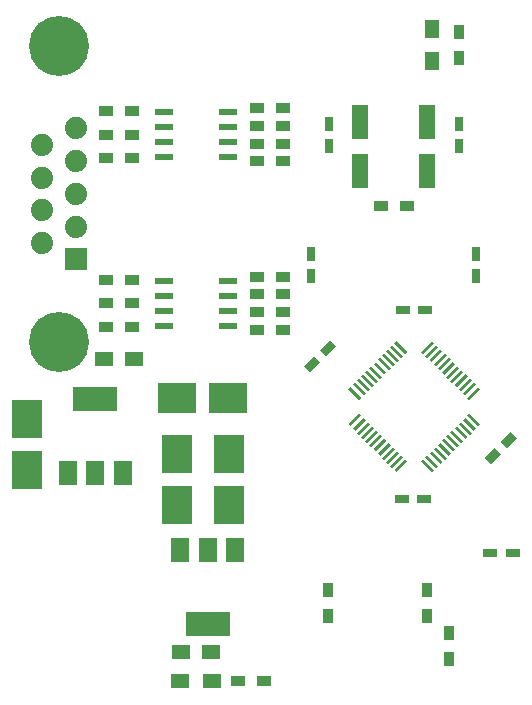
<source format=gbr>
G04 #@! TF.FileFunction,Paste,Top*
%FSLAX46Y46*%
G04 Gerber Fmt 4.6, Leading zero omitted, Abs format (unit mm)*
G04 Created by KiCad (PCBNEW 4.0.7) date 10/26/17 01:15:18*
%MOMM*%
%LPD*%
G01*
G04 APERTURE LIST*
%ADD10C,0.100000*%
%ADD11R,1.879600X1.879600*%
%ADD12C,1.879600*%
%ADD13C,5.080000*%
%ADD14R,1.200000X0.900000*%
%ADD15R,1.500000X1.250000*%
%ADD16R,2.500000X3.200000*%
%ADD17R,3.200000X2.500000*%
%ADD18R,1.300000X1.500000*%
%ADD19R,1.500000X1.300000*%
%ADD20R,3.800000X2.000000*%
%ADD21R,1.500000X2.000000*%
%ADD22R,1.550000X0.600000*%
%ADD23R,1.430000X2.850000*%
%ADD24R,0.900000X1.200000*%
%ADD25R,1.200000X0.750000*%
%ADD26R,0.750000X1.200000*%
G04 APERTURE END LIST*
D10*
G36*
X39220621Y-29608311D02*
X39397398Y-29431534D01*
X40316637Y-30350773D01*
X40139860Y-30527550D01*
X39220621Y-29608311D01*
X39220621Y-29608311D01*
G37*
G36*
X38867068Y-29961864D02*
X39043845Y-29785087D01*
X39963084Y-30704326D01*
X39786307Y-30881103D01*
X38867068Y-29961864D01*
X38867068Y-29961864D01*
G37*
G36*
X38513514Y-30315418D02*
X38690291Y-30138641D01*
X39609530Y-31057880D01*
X39432753Y-31234657D01*
X38513514Y-30315418D01*
X38513514Y-30315418D01*
G37*
G36*
X38159961Y-30668971D02*
X38336738Y-30492194D01*
X39255977Y-31411433D01*
X39079200Y-31588210D01*
X38159961Y-30668971D01*
X38159961Y-30668971D01*
G37*
G36*
X37806408Y-31022524D02*
X37983185Y-30845747D01*
X38902424Y-31764986D01*
X38725647Y-31941763D01*
X37806408Y-31022524D01*
X37806408Y-31022524D01*
G37*
G36*
X37452854Y-31376078D02*
X37629631Y-31199301D01*
X38548870Y-32118540D01*
X38372093Y-32295317D01*
X37452854Y-31376078D01*
X37452854Y-31376078D01*
G37*
G36*
X37099301Y-31729631D02*
X37276078Y-31552854D01*
X38195317Y-32472093D01*
X38018540Y-32648870D01*
X37099301Y-31729631D01*
X37099301Y-31729631D01*
G37*
G36*
X36745747Y-32083185D02*
X36922524Y-31906408D01*
X37841763Y-32825647D01*
X37664986Y-33002424D01*
X36745747Y-32083185D01*
X36745747Y-32083185D01*
G37*
G36*
X36392194Y-32436738D02*
X36568971Y-32259961D01*
X37488210Y-33179200D01*
X37311433Y-33355977D01*
X36392194Y-32436738D01*
X36392194Y-32436738D01*
G37*
G36*
X36038641Y-32790291D02*
X36215418Y-32613514D01*
X37134657Y-33532753D01*
X36957880Y-33709530D01*
X36038641Y-32790291D01*
X36038641Y-32790291D01*
G37*
G36*
X35685087Y-33143845D02*
X35861864Y-32967068D01*
X36781103Y-33886307D01*
X36604326Y-34063084D01*
X35685087Y-33143845D01*
X35685087Y-33143845D01*
G37*
G36*
X35331534Y-33497398D02*
X35508311Y-33320621D01*
X36427550Y-34239860D01*
X36250773Y-34416637D01*
X35331534Y-33497398D01*
X35331534Y-33497398D01*
G37*
G36*
X35508311Y-36679379D02*
X35331534Y-36502602D01*
X36250773Y-35583363D01*
X36427550Y-35760140D01*
X35508311Y-36679379D01*
X35508311Y-36679379D01*
G37*
G36*
X35861864Y-37032932D02*
X35685087Y-36856155D01*
X36604326Y-35936916D01*
X36781103Y-36113693D01*
X35861864Y-37032932D01*
X35861864Y-37032932D01*
G37*
G36*
X36215418Y-37386486D02*
X36038641Y-37209709D01*
X36957880Y-36290470D01*
X37134657Y-36467247D01*
X36215418Y-37386486D01*
X36215418Y-37386486D01*
G37*
G36*
X36568971Y-37740039D02*
X36392194Y-37563262D01*
X37311433Y-36644023D01*
X37488210Y-36820800D01*
X36568971Y-37740039D01*
X36568971Y-37740039D01*
G37*
G36*
X36922524Y-38093592D02*
X36745747Y-37916815D01*
X37664986Y-36997576D01*
X37841763Y-37174353D01*
X36922524Y-38093592D01*
X36922524Y-38093592D01*
G37*
G36*
X37276078Y-38447146D02*
X37099301Y-38270369D01*
X38018540Y-37351130D01*
X38195317Y-37527907D01*
X37276078Y-38447146D01*
X37276078Y-38447146D01*
G37*
G36*
X37629631Y-38800699D02*
X37452854Y-38623922D01*
X38372093Y-37704683D01*
X38548870Y-37881460D01*
X37629631Y-38800699D01*
X37629631Y-38800699D01*
G37*
G36*
X37983185Y-39154253D02*
X37806408Y-38977476D01*
X38725647Y-38058237D01*
X38902424Y-38235014D01*
X37983185Y-39154253D01*
X37983185Y-39154253D01*
G37*
G36*
X38336738Y-39507806D02*
X38159961Y-39331029D01*
X39079200Y-38411790D01*
X39255977Y-38588567D01*
X38336738Y-39507806D01*
X38336738Y-39507806D01*
G37*
G36*
X38690291Y-39861359D02*
X38513514Y-39684582D01*
X39432753Y-38765343D01*
X39609530Y-38942120D01*
X38690291Y-39861359D01*
X38690291Y-39861359D01*
G37*
G36*
X39043845Y-40214913D02*
X38867068Y-40038136D01*
X39786307Y-39118897D01*
X39963084Y-39295674D01*
X39043845Y-40214913D01*
X39043845Y-40214913D01*
G37*
G36*
X39397398Y-40568466D02*
X39220621Y-40391689D01*
X40139860Y-39472450D01*
X40316637Y-39649227D01*
X39397398Y-40568466D01*
X39397398Y-40568466D01*
G37*
G36*
X41483363Y-39649227D02*
X41660140Y-39472450D01*
X42579379Y-40391689D01*
X42402602Y-40568466D01*
X41483363Y-39649227D01*
X41483363Y-39649227D01*
G37*
G36*
X41836916Y-39295674D02*
X42013693Y-39118897D01*
X42932932Y-40038136D01*
X42756155Y-40214913D01*
X41836916Y-39295674D01*
X41836916Y-39295674D01*
G37*
G36*
X42190470Y-38942120D02*
X42367247Y-38765343D01*
X43286486Y-39684582D01*
X43109709Y-39861359D01*
X42190470Y-38942120D01*
X42190470Y-38942120D01*
G37*
G36*
X42544023Y-38588567D02*
X42720800Y-38411790D01*
X43640039Y-39331029D01*
X43463262Y-39507806D01*
X42544023Y-38588567D01*
X42544023Y-38588567D01*
G37*
G36*
X42897576Y-38235014D02*
X43074353Y-38058237D01*
X43993592Y-38977476D01*
X43816815Y-39154253D01*
X42897576Y-38235014D01*
X42897576Y-38235014D01*
G37*
G36*
X43251130Y-37881460D02*
X43427907Y-37704683D01*
X44347146Y-38623922D01*
X44170369Y-38800699D01*
X43251130Y-37881460D01*
X43251130Y-37881460D01*
G37*
G36*
X43604683Y-37527907D02*
X43781460Y-37351130D01*
X44700699Y-38270369D01*
X44523922Y-38447146D01*
X43604683Y-37527907D01*
X43604683Y-37527907D01*
G37*
G36*
X43958237Y-37174353D02*
X44135014Y-36997576D01*
X45054253Y-37916815D01*
X44877476Y-38093592D01*
X43958237Y-37174353D01*
X43958237Y-37174353D01*
G37*
G36*
X44311790Y-36820800D02*
X44488567Y-36644023D01*
X45407806Y-37563262D01*
X45231029Y-37740039D01*
X44311790Y-36820800D01*
X44311790Y-36820800D01*
G37*
G36*
X44665343Y-36467247D02*
X44842120Y-36290470D01*
X45761359Y-37209709D01*
X45584582Y-37386486D01*
X44665343Y-36467247D01*
X44665343Y-36467247D01*
G37*
G36*
X45018897Y-36113693D02*
X45195674Y-35936916D01*
X46114913Y-36856155D01*
X45938136Y-37032932D01*
X45018897Y-36113693D01*
X45018897Y-36113693D01*
G37*
G36*
X45372450Y-35760140D02*
X45549227Y-35583363D01*
X46468466Y-36502602D01*
X46291689Y-36679379D01*
X45372450Y-35760140D01*
X45372450Y-35760140D01*
G37*
G36*
X45549227Y-34416637D02*
X45372450Y-34239860D01*
X46291689Y-33320621D01*
X46468466Y-33497398D01*
X45549227Y-34416637D01*
X45549227Y-34416637D01*
G37*
G36*
X45195674Y-34063084D02*
X45018897Y-33886307D01*
X45938136Y-32967068D01*
X46114913Y-33143845D01*
X45195674Y-34063084D01*
X45195674Y-34063084D01*
G37*
G36*
X44842120Y-33709530D02*
X44665343Y-33532753D01*
X45584582Y-32613514D01*
X45761359Y-32790291D01*
X44842120Y-33709530D01*
X44842120Y-33709530D01*
G37*
G36*
X44488567Y-33355977D02*
X44311790Y-33179200D01*
X45231029Y-32259961D01*
X45407806Y-32436738D01*
X44488567Y-33355977D01*
X44488567Y-33355977D01*
G37*
G36*
X44135014Y-33002424D02*
X43958237Y-32825647D01*
X44877476Y-31906408D01*
X45054253Y-32083185D01*
X44135014Y-33002424D01*
X44135014Y-33002424D01*
G37*
G36*
X43781460Y-32648870D02*
X43604683Y-32472093D01*
X44523922Y-31552854D01*
X44700699Y-31729631D01*
X43781460Y-32648870D01*
X43781460Y-32648870D01*
G37*
G36*
X43427907Y-32295317D02*
X43251130Y-32118540D01*
X44170369Y-31199301D01*
X44347146Y-31376078D01*
X43427907Y-32295317D01*
X43427907Y-32295317D01*
G37*
G36*
X43074353Y-31941763D02*
X42897576Y-31764986D01*
X43816815Y-30845747D01*
X43993592Y-31022524D01*
X43074353Y-31941763D01*
X43074353Y-31941763D01*
G37*
G36*
X42720800Y-31588210D02*
X42544023Y-31411433D01*
X43463262Y-30492194D01*
X43640039Y-30668971D01*
X42720800Y-31588210D01*
X42720800Y-31588210D01*
G37*
G36*
X42367247Y-31234657D02*
X42190470Y-31057880D01*
X43109709Y-30138641D01*
X43286486Y-30315418D01*
X42367247Y-31234657D01*
X42367247Y-31234657D01*
G37*
G36*
X42013693Y-30881103D02*
X41836916Y-30704326D01*
X42756155Y-29785087D01*
X42932932Y-29961864D01*
X42013693Y-30881103D01*
X42013693Y-30881103D01*
G37*
G36*
X41660140Y-30527550D02*
X41483363Y-30350773D01*
X42402602Y-29431534D01*
X42579379Y-29608311D01*
X41660140Y-30527550D01*
X41660140Y-30527550D01*
G37*
D11*
X12219860Y-22539740D03*
D12*
X12219860Y-19768600D03*
X12219860Y-17000000D03*
X12219860Y-14231400D03*
X12219860Y-11460260D03*
X9380140Y-21147820D03*
X9380140Y-18379220D03*
X9380140Y-15620780D03*
X9380140Y-12852180D03*
D13*
X10800000Y-29499340D03*
X10800000Y-4500660D03*
D14*
X40250000Y-18000000D03*
X38050000Y-18000000D03*
D15*
X14650000Y-31000000D03*
X17150000Y-31000000D03*
X21150000Y-55800000D03*
X23650000Y-55800000D03*
D16*
X8150000Y-40400000D03*
X8150000Y-36100000D03*
X20800000Y-43350000D03*
X20800000Y-39050000D03*
X25200000Y-43350000D03*
X25200000Y-39050000D03*
D17*
X25150000Y-34300000D03*
X20850000Y-34300000D03*
D18*
X42400000Y-3050000D03*
X42400000Y-5750000D03*
D19*
X23750000Y-58200000D03*
X21050000Y-58200000D03*
D20*
X13900000Y-34350000D03*
D21*
X13900000Y-40650000D03*
X16200000Y-40650000D03*
X11600000Y-40650000D03*
D20*
X23400000Y-53450000D03*
D21*
X23400000Y-47150000D03*
X21100000Y-47150000D03*
X25700000Y-47150000D03*
D22*
X25100000Y-28155000D03*
X25100000Y-26885000D03*
X25100000Y-25615000D03*
X25100000Y-24345000D03*
X19700000Y-24345000D03*
X19700000Y-25615000D03*
X19700000Y-26885000D03*
X19700000Y-28155000D03*
X25100000Y-13905000D03*
X25100000Y-12635000D03*
X25100000Y-11365000D03*
X25100000Y-10095000D03*
X19700000Y-10095000D03*
X19700000Y-11365000D03*
X19700000Y-12635000D03*
X19700000Y-13905000D03*
D23*
X41965000Y-10925000D03*
X36335000Y-10925000D03*
X36335000Y-15075000D03*
X41965000Y-15075000D03*
D24*
X43800000Y-56400000D03*
X43800000Y-54200000D03*
X44700000Y-5500000D03*
X44700000Y-3300000D03*
D14*
X28200000Y-58200000D03*
X26000000Y-58200000D03*
D24*
X42000000Y-52700000D03*
X42000000Y-50500000D03*
X33600000Y-50500000D03*
X33600000Y-52700000D03*
D14*
X29750000Y-28500000D03*
X27550000Y-28500000D03*
X29750000Y-14250000D03*
X27550000Y-14250000D03*
X29750000Y-27000000D03*
X27550000Y-27000000D03*
X29750000Y-12750000D03*
X27550000Y-12750000D03*
X29750000Y-25500000D03*
X27550000Y-25500000D03*
X29750000Y-11250000D03*
X27550000Y-11250000D03*
X29750000Y-24000000D03*
X27550000Y-24000000D03*
X29750000Y-9750000D03*
X27550000Y-9750000D03*
X17000000Y-24250000D03*
X14800000Y-24250000D03*
X14800000Y-28250000D03*
X17000000Y-28250000D03*
X17000000Y-10000000D03*
X14800000Y-10000000D03*
X14800000Y-14000000D03*
X17000000Y-14000000D03*
X14800000Y-26250000D03*
X17000000Y-26250000D03*
X17000000Y-12000000D03*
X14800000Y-12000000D03*
D10*
G36*
X33730850Y-29338820D02*
X34261180Y-29869150D01*
X33412652Y-30717678D01*
X32882322Y-30187348D01*
X33730850Y-29338820D01*
X33730850Y-29338820D01*
G37*
G36*
X32387348Y-30682322D02*
X32917678Y-31212652D01*
X32069150Y-32061180D01*
X31538820Y-31530850D01*
X32387348Y-30682322D01*
X32387348Y-30682322D01*
G37*
D25*
X47350000Y-47400000D03*
X49250000Y-47400000D03*
D10*
G36*
X49030850Y-37138820D02*
X49561180Y-37669150D01*
X48712652Y-38517678D01*
X48182322Y-37987348D01*
X49030850Y-37138820D01*
X49030850Y-37138820D01*
G37*
G36*
X47687348Y-38482322D02*
X48217678Y-39012652D01*
X47369150Y-39861180D01*
X46838820Y-39330850D01*
X47687348Y-38482322D01*
X47687348Y-38482322D01*
G37*
D25*
X39850000Y-42800000D03*
X41750000Y-42800000D03*
X41850000Y-26800000D03*
X39950000Y-26800000D03*
D26*
X32150000Y-23950000D03*
X32150000Y-22050000D03*
X46150000Y-23950000D03*
X46150000Y-22050000D03*
X44650000Y-12950000D03*
X44650000Y-11050000D03*
X33650000Y-12950000D03*
X33650000Y-11050000D03*
M02*

</source>
